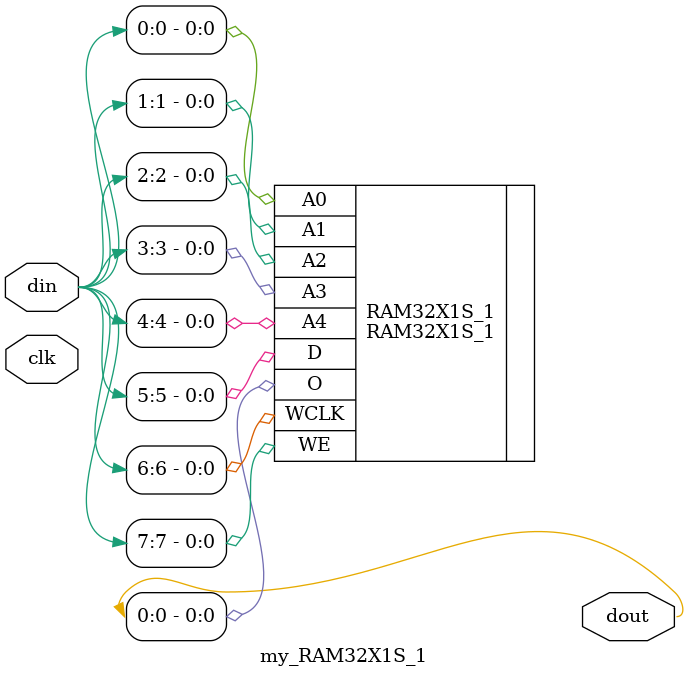
<source format=v>
module my_RAM32X1S_1 (input clk, input [7:0] din, output [7:0] dout);
    parameter LOC = "";
    parameter BEL="A6LUT";
    (* LOC=LOC, BEL=BEL, KEEP, DONT_TOUCH *)
    RAM32X1S_1 #(
        ) RAM32X1S_1 (
            .O(dout[0]),
            .A0(din[0]),
            .A1(din[1]),
            .A2(din[2]),
            .A3(din[3]),
            .A4(din[4]),
            .D(din[5]),
            .WCLK(din[6]),
            .WE(din[7]));
endmodule
</source>
